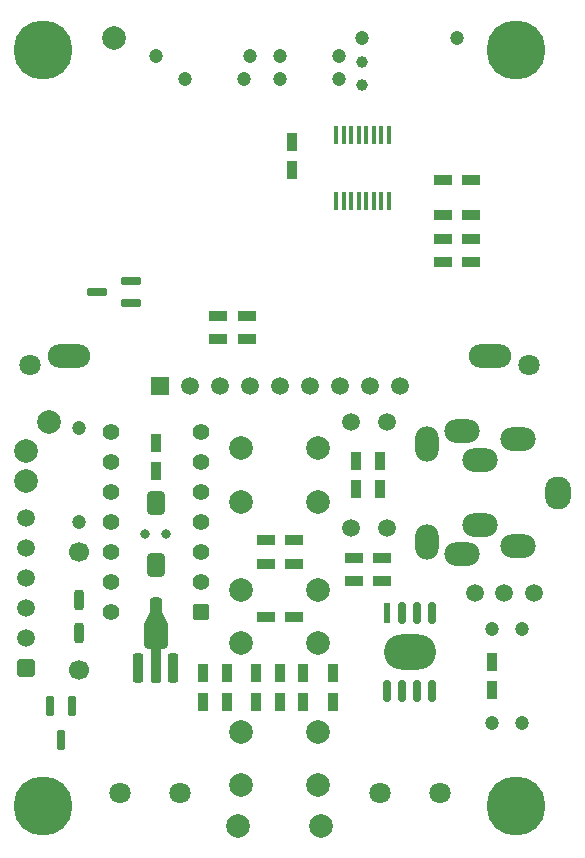
<source format=gbs>
G04 #@! TF.GenerationSoftware,KiCad,Pcbnew,7.0.8*
G04 #@! TF.CreationDate,2024-02-28T21:30:22+09:00*
G04 #@! TF.ProjectId,KT0913_Digital_Radio,4b543039-3133-45f4-9469-676974616c5f,rev?*
G04 #@! TF.SameCoordinates,Original*
G04 #@! TF.FileFunction,Soldermask,Bot*
G04 #@! TF.FilePolarity,Negative*
%FSLAX46Y46*%
G04 Gerber Fmt 4.6, Leading zero omitted, Abs format (unit mm)*
G04 Created by KiCad (PCBNEW 7.0.8) date 2024-02-28 21:30:22*
%MOMM*%
%LPD*%
G01*
G04 APERTURE LIST*
G04 Aperture macros list*
%AMRoundRect*
0 Rectangle with rounded corners*
0 $1 Rounding radius*
0 $2 $3 $4 $5 $6 $7 $8 $9 X,Y pos of 4 corners*
0 Add a 4 corners polygon primitive as box body*
4,1,4,$2,$3,$4,$5,$6,$7,$8,$9,$2,$3,0*
0 Add four circle primitives for the rounded corners*
1,1,$1+$1,$2,$3*
1,1,$1+$1,$4,$5*
1,1,$1+$1,$6,$7*
1,1,$1+$1,$8,$9*
0 Add four rect primitives between the rounded corners*
20,1,$1+$1,$2,$3,$4,$5,0*
20,1,$1+$1,$4,$5,$6,$7,0*
20,1,$1+$1,$6,$7,$8,$9,0*
20,1,$1+$1,$8,$9,$2,$3,0*%
%AMOutline4P*
0 Free polygon, 4 corners , with rotation*
0 The origin of the aperture is its center*
0 number of corners: always 4*
0 $1 to $8 corner X, Y*
0 $9 Rotation angle, in degrees counterclockwise*
0 create outline with 4 corners*
4,1,4,$1,$2,$3,$4,$5,$6,$7,$8,$1,$2,$9*%
%AMFreePoly0*
4,1,21,-0.698500,0.419100,-0.677232,0.526022,-0.616666,0.616666,-0.526022,0.677232,-0.419100,0.698500,0.419100,0.698500,0.526022,0.677232,0.616666,0.616666,0.677232,0.526022,0.698500,0.419100,0.698500,-0.419100,0.677232,-0.526022,0.616666,-0.616666,0.526022,-0.677232,0.419100,-0.698500,-0.419100,-0.698500,-0.526022,-0.677232,-0.616666,-0.616666,-0.677232,-0.526022,-0.698500,-0.419100,
-0.698500,0.419100,-0.698500,0.419100,$1*%
%AMFreePoly1*
4,1,25,-0.750000,0.450000,-0.742031,0.518685,-0.697499,0.619541,-0.619541,0.697499,-0.518685,0.742031,-0.450000,0.750000,0.450000,0.750000,0.518685,0.742031,0.619541,0.697499,0.697499,0.619541,0.742031,0.518685,0.750000,0.450000,0.750000,-0.450000,0.742031,-0.518685,0.697499,-0.619541,0.619541,-0.697499,0.518685,-0.742031,0.450000,-0.750000,-0.450000,-0.750000,-0.518685,-0.742031,
-0.619541,-0.697499,-0.697499,-0.619541,-0.742031,-0.518685,-0.750000,-0.450000,-0.750000,0.450000,-0.750000,0.450000,$1*%
G04 Aperture macros list end*
%ADD10FreePoly0,90.000000*%
%ADD11C,1.397000*%
%ADD12C,2.000000*%
%ADD13C,5.000000*%
%ADD14C,1.500000*%
%ADD15C,1.200000*%
%ADD16C,1.000000*%
%ADD17C,1.800000*%
%ADD18O,2.200000X2.800000*%
%ADD19O,3.000000X2.000000*%
%ADD20O,2.000000X3.000000*%
%ADD21C,1.700000*%
%ADD22R,1.500000X1.500000*%
%ADD23O,3.600000X2.000000*%
%ADD24RoundRect,0.230000X0.230000X-0.570000X0.230000X0.570000X-0.230000X0.570000X-0.230000X-0.570000X0*%
%ADD25RoundRect,0.230000X0.570000X0.230000X-0.570000X0.230000X-0.570000X-0.230000X0.570000X-0.230000X0*%
%ADD26RoundRect,0.230000X-0.570000X-0.230000X0.570000X-0.230000X0.570000X0.230000X-0.570000X0.230000X0*%
%ADD27RoundRect,0.200000X-0.200000X0.650000X-0.200000X-0.650000X0.200000X-0.650000X0.200000X0.650000X0*%
%ADD28RoundRect,0.230000X-0.230000X0.570000X-0.230000X-0.570000X0.230000X-0.570000X0.230000X0.570000X0*%
%ADD29R,0.600000X1.800000*%
%ADD30RoundRect,0.150000X-0.150000X0.750000X-0.150000X-0.750000X0.150000X-0.750000X0.150000X0.750000X0*%
%ADD31O,4.400000X3.000000*%
%ADD32RoundRect,0.100000X-0.100000X0.700000X-0.100000X-0.700000X0.100000X-0.700000X0.100000X0.700000X0*%
%ADD33FreePoly1,90.000000*%
%ADD34C,0.800000*%
%ADD35RoundRect,0.400000X-0.400000X0.600000X-0.400000X-0.600000X0.400000X-0.600000X0.400000X0.600000X0*%
%ADD36RoundRect,0.162500X0.712500X0.162500X-0.712500X0.162500X-0.712500X-0.162500X0.712500X-0.162500X0*%
%ADD37RoundRect,0.162500X-0.162500X0.712500X-0.162500X-0.712500X0.162500X-0.712500X0.162500X0.712500X0*%
%ADD38RoundRect,0.270000X0.180000X0.980000X-0.180000X0.980000X-0.180000X-0.980000X0.180000X-0.980000X0*%
%ADD39RoundRect,0.225000X0.225000X1.475000X-0.225000X1.475000X-0.225000X-1.475000X0.225000X-1.475000X0*%
%ADD40RoundRect,0.270000X-0.730000X-0.030000X0.730000X-0.030000X0.730000X0.030000X-0.730000X0.030000X0*%
%ADD41R,2.000000X1.850000*%
%ADD42Outline4P,-0.500000X-0.500000X0.500000X-0.500000X1.000000X0.500000X-1.000000X0.500000X180.000000*%
%ADD43RoundRect,0.250000X0.250000X1.150000X-0.250000X1.150000X-0.250000X-1.150000X0.250000X-1.150000X0*%
G04 APERTURE END LIST*
D10*
X116310000Y-100620000D03*
D11*
X116310000Y-98080000D03*
X116310000Y-95540000D03*
X116310000Y-93000000D03*
X116310000Y-90460000D03*
X116310000Y-87920000D03*
X116310000Y-85380000D03*
X108690000Y-85380000D03*
X108690000Y-87920000D03*
X108690000Y-90460000D03*
X108690000Y-93000000D03*
X108690000Y-95540000D03*
X108690000Y-98080000D03*
X108690000Y-100620000D03*
D12*
X119750000Y-98750000D03*
X126250000Y-98750000D03*
X119750000Y-103250000D03*
X126250000Y-103250000D03*
D13*
X143000000Y-53000000D03*
D12*
X109000000Y-52000000D03*
D14*
X139500000Y-99000000D03*
X142000000Y-99000000D03*
X144500000Y-99000000D03*
D13*
X103000000Y-117000000D03*
D12*
X101500000Y-87000000D03*
X119500000Y-118700000D03*
D15*
X143500000Y-110000000D03*
X143500000Y-102000000D03*
D14*
X132059921Y-93500000D03*
X132059921Y-84500000D03*
D12*
X119750000Y-110750000D03*
X126250000Y-110750000D03*
X119750000Y-115250000D03*
X126250000Y-115250000D03*
D14*
X129000000Y-93500000D03*
X129000000Y-84500000D03*
D16*
X130000000Y-54000000D03*
X130000000Y-56000000D03*
D15*
X138000000Y-52000000D03*
X130000000Y-52000000D03*
D12*
X103500000Y-84500000D03*
X126250000Y-91250000D03*
X119750000Y-91250000D03*
X126250000Y-86750000D03*
X119750000Y-86750000D03*
D13*
X143000000Y-117000000D03*
D15*
X120000000Y-55500000D03*
X115000000Y-55500000D03*
D17*
X109460000Y-115936000D03*
X114540000Y-115936000D03*
D12*
X101500000Y-89500000D03*
D18*
X146600000Y-90500000D03*
X146600000Y-90500000D03*
D19*
X143200000Y-85950000D03*
X143200000Y-95050000D03*
X138450000Y-85280000D03*
X138450000Y-95720000D03*
D20*
X135450000Y-86350000D03*
X135450000Y-94650000D03*
D19*
X140000000Y-87730000D03*
X140000000Y-93270000D03*
D21*
X106000000Y-95500000D03*
X106000000Y-105500000D03*
D13*
X103000000Y-53000000D03*
D15*
X123000000Y-53500000D03*
X128000000Y-53500000D03*
X123000000Y-55500000D03*
X128000000Y-55500000D03*
D17*
X101900000Y-79700000D03*
X144100000Y-79700000D03*
D22*
X112840000Y-81500000D03*
D14*
X115380000Y-81500000D03*
X117920000Y-81500000D03*
X120460000Y-81500000D03*
X123000000Y-81500000D03*
X125540000Y-81500000D03*
X128080000Y-81500000D03*
X130620000Y-81500000D03*
X133160000Y-81500000D03*
D23*
X105200000Y-78900000D03*
X140800000Y-78900000D03*
D15*
X141000000Y-102000000D03*
X141000000Y-110000000D03*
D12*
X126500000Y-118700000D03*
D15*
X120500000Y-53500000D03*
X112500000Y-53500000D03*
X106000000Y-85000000D03*
X106000000Y-93000000D03*
D24*
X112500000Y-88700000D03*
X112500000Y-86300000D03*
D25*
X139200000Y-64000000D03*
X136800000Y-64000000D03*
D26*
X117800000Y-77500000D03*
X120200000Y-77500000D03*
D25*
X139200000Y-69000000D03*
X136800000Y-69000000D03*
D26*
X121800000Y-96500000D03*
X124200000Y-96500000D03*
D27*
X106000000Y-99600000D03*
X106000000Y-102400000D03*
D28*
X124000000Y-60800000D03*
X124000000Y-63200000D03*
D29*
X132095000Y-100700000D03*
D30*
X133365000Y-100700000D03*
X134635000Y-100700000D03*
X135905000Y-100700000D03*
X135905000Y-107300000D03*
X134635000Y-107300000D03*
X133365000Y-107300000D03*
X132095000Y-107300000D03*
D31*
X134000000Y-104000000D03*
D32*
X127777500Y-60200000D03*
X128412500Y-60200000D03*
X129047500Y-60200000D03*
X129682500Y-60200000D03*
X130317500Y-60200000D03*
X130952500Y-60200000D03*
X131587500Y-60200000D03*
X132222500Y-60200000D03*
X132222500Y-65800000D03*
X131587500Y-65800000D03*
X130952500Y-65800000D03*
X130317500Y-65800000D03*
X129682500Y-65800000D03*
X129047500Y-65800000D03*
X128412500Y-65800000D03*
X127777500Y-65800000D03*
D28*
X116500000Y-105800000D03*
X116500000Y-108200000D03*
D25*
X139200000Y-71000000D03*
X136800000Y-71000000D03*
D33*
X101500000Y-105350000D03*
D14*
X101500000Y-102810000D03*
X101500000Y-100270000D03*
X101500000Y-97730000D03*
X101500000Y-95190000D03*
X101500000Y-92650000D03*
D28*
X118500000Y-105800000D03*
X118500000Y-108200000D03*
D24*
X121000000Y-108200000D03*
X121000000Y-105800000D03*
D25*
X131700000Y-96000000D03*
X129300000Y-96000000D03*
D24*
X131500000Y-90200000D03*
X131500000Y-87800000D03*
D34*
X113400000Y-94000000D03*
X111600000Y-94000000D03*
D35*
X112500000Y-91400000D03*
X112500000Y-96600000D03*
D24*
X129500000Y-90200000D03*
X129500000Y-87800000D03*
D28*
X127500000Y-105800000D03*
X127500000Y-108200000D03*
D17*
X136540000Y-115936000D03*
X131460000Y-115936000D03*
D25*
X139200000Y-67000000D03*
X136800000Y-67000000D03*
X131700000Y-98000000D03*
X129300000Y-98000000D03*
D24*
X123000000Y-108200000D03*
X123000000Y-105800000D03*
D36*
X110450000Y-72550000D03*
X110450000Y-74450000D03*
X107550000Y-73500000D03*
D28*
X141000000Y-104800000D03*
X141000000Y-107200000D03*
D37*
X103550000Y-108550000D03*
X105450000Y-108550000D03*
X104500000Y-111450000D03*
D26*
X121800000Y-101000000D03*
X124200000Y-101000000D03*
D25*
X120200000Y-75500000D03*
X117800000Y-75500000D03*
D38*
X114000000Y-105350000D03*
D39*
X112500000Y-104900000D03*
D40*
X112500000Y-103400000D03*
D41*
X112500000Y-102575000D03*
D42*
X112500000Y-101150000D03*
D43*
X112500000Y-100800000D03*
D38*
X111000000Y-105350000D03*
D28*
X125000000Y-105800000D03*
X125000000Y-108200000D03*
D26*
X121800000Y-94500000D03*
X124200000Y-94500000D03*
M02*

</source>
